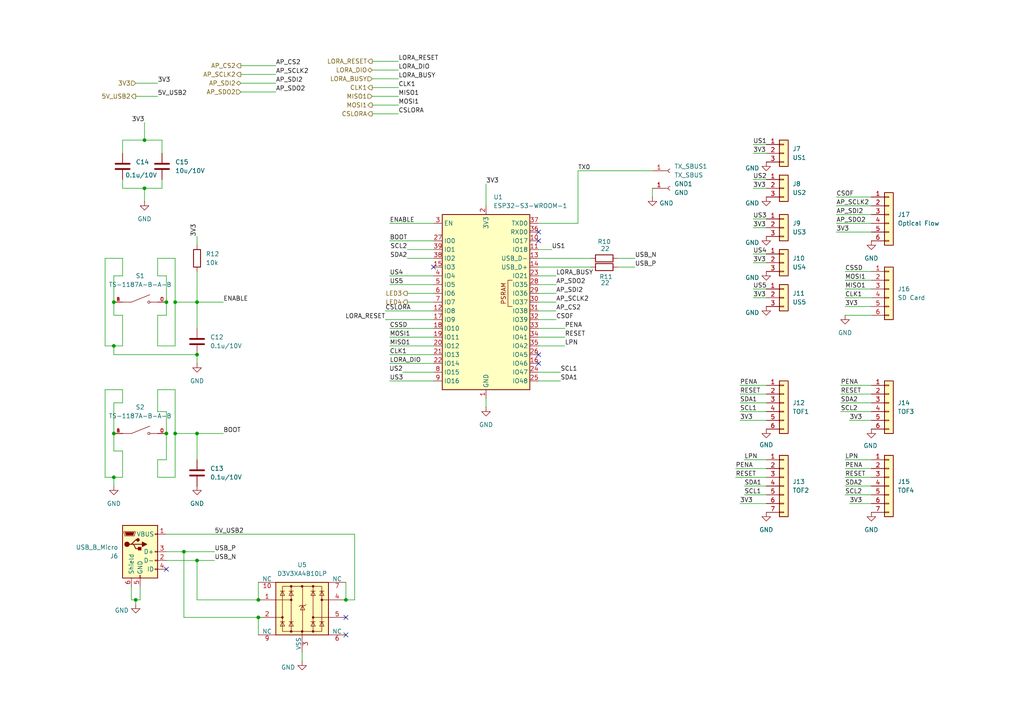
<source format=kicad_sch>
(kicad_sch (version 20250114) (generator "eeschema") (generator_version "9.0")
  (paper "A4")
  (title_block (title "ESP32 Board") (date "2025-10-18") (rev "2") (company "Team 0-06"))
  (lib_symbols
    (symbol "Connector:Conn_01x01_Socket" (pin_names (offset 1.016) (hide yes))
      (property "Reference" "J" (at 0 2.54 0))
      (property "Value" "Conn_01x01_Socket" (at 0 -2.54 0))
      (symbol "Conn_01x01_Socket_1_1"
        (polyline (pts (xy -1.27 0) (xy -0.508 0)) (stroke (width 0.1524)))
        (arc (start 0 -0.508) (mid -0.5058 0) (end 0 0.508) (stroke (width 0.1524)))
        (pin passive line (at -5.08 0 0) (length 3.81) (name "Pin_1") (number "1"))
      )
    )
    (symbol "Connector:USB_B_Micro" (pin_names (offset 1.016))
      (property "Reference" "J" (at -5.08 11.43 0))
      (property "Value" "USB_B_Micro" (at -5.08 8.89 0))
      (symbol "USB_B_Micro_0_1"
        (rectangle (start -5.08 -7.62) (end 5.08 7.62) (stroke (width 0.254)) (fill (type background)))
        (polyline (pts (xy -4.699 5.842) (xy -4.699 5.588) (xy -4.445 4.826) (xy -4.445 4.572) (xy -1.651 4.572) (xy -1.651 4.826) (xy -1.397 5.588) (xy -1.397 5.842) (xy -4.699 5.842)))
        (polyline (pts (xy -4.318 5.588) (xy -1.778 5.588) (xy -2.032 4.826) (xy -4.064 4.826) (xy -4.318 5.588)) (fill (type outline)))
        (circle (center -3.81 2.159) (radius 0.635) (stroke (width 0.254)) (fill (type outline)))
        (polyline (pts (xy -3.175 2.159) (xy -2.54 2.159) (xy -1.27 3.429) (xy -0.635 3.429)) (stroke (width 0.254)))
        (polyline (pts (xy -2.54 2.159) (xy -1.905 2.159) (xy -1.27 0.889) (xy 0 0.889)) (stroke (width 0.254)))
        (polyline (pts (xy -1.905 2.159) (xy 0.635 2.159)) (stroke (width 0.254)))
        (circle (center -0.635 3.429) (radius 0.381) (stroke (width 0.254)) (fill (type outline)))
        (rectangle (start -0.127 -7.62) (end 0.127 -6.858))
        (rectangle (start 0.254 1.27) (end -0.508 0.508) (stroke (width 0.254)) (fill (type outline)))
        (polyline (pts (xy 0.635 2.794) (xy 0.635 1.524) (xy 1.905 2.159) (xy 0.635 2.794)) (stroke (width 0.254)) (fill (type outline)))
        (rectangle (start 5.08 4.953) (end 4.318 5.207))
        (rectangle (start 5.08 -0.127) (end 4.318 0.127))
        (rectangle (start 5.08 -2.667) (end 4.318 -2.413))
        (rectangle (start 5.08 -5.207) (end 4.318 -4.953))
      )
      (symbol "USB_B_Micro_1_1"
        (pin passive line (at -2.54 -10.16 90) (length 2.54) (name "Shield") (number "6"))
        (pin power_out line (at 0 -10.16 90) (length 2.54) (name "GND") (number "5"))
        (pin power_out line (at 7.62 5.08 180) (length 2.54) (name "VBUS") (number "1"))
        (pin bidirectional line (at 7.62 0 180) (length 2.54) (name "D+") (number "3"))
        (pin bidirectional line (at 7.62 -2.54 180) (length 2.54) (name "D-") (number "2"))
        (pin passive line (at 7.62 -5.08 180) (length 2.54) (name "ID") (number "4"))
      )
    )
    (symbol "Connector_Generic:Conn_01x03" (pin_names (offset 1.016) (hide yes))
      (property "Reference" "J" (at 0 5.08 0))
      (property "Value" "Conn_01x03" (at 0 -5.08 0))
      (symbol "Conn_01x03_1_1"
        (rectangle (start -1.27 3.81) (end 1.27 -3.81) (stroke (width 0.254)) (fill (type background)))
        (rectangle (start -1.27 2.667) (end 0 2.413) (stroke (width 0.1524)))
        (rectangle (start -1.27 0.127) (end 0 -0.127) (stroke (width 0.1524)))
        (rectangle (start -1.27 -2.413) (end 0 -2.667) (stroke (width 0.1524)))
        (pin passive line (at -5.08 2.54 0) (length 3.81) (name "Pin_1") (number "1"))
        (pin passive line (at -5.08 0 0) (length 3.81) (name "Pin_2") (number "2"))
        (pin passive line (at -5.08 -2.54 0) (length 3.81) (name "Pin_3") (number "3"))
      )
    )
    (symbol "Connector_Generic:Conn_01x06" (pin_names (offset 1.016) (hide yes))
      (property "Reference" "J" (at 0 7.62 0))
      (property "Value" "Conn_01x06" (at 0 -10.16 0))
      (symbol "Conn_01x06_1_1"
        (rectangle (start -1.27 6.35) (end 1.27 -8.89) (stroke (width 0.254)) (fill (type background)))
        (rectangle (start -1.27 5.207) (end 0 4.953) (stroke (width 0.1524)))
        (rectangle (start -1.27 2.667) (end 0 2.413) (stroke (width 0.1524)))
        (rectangle (start -1.27 0.127) (end 0 -0.127) (stroke (width 0.1524)))
        (rectangle (start -1.27 -2.413) (end 0 -2.667) (stroke (width 0.1524)))
        (rectangle (start -1.27 -4.953) (end 0 -5.207) (stroke (width 0.1524)))
        (rectangle (start -1.27 -7.493) (end 0 -7.747) (stroke (width 0.1524)))
        (pin passive line (at -5.08 5.08 0) (length 3.81) (name "Pin_1") (number "1"))
        (pin passive line (at -5.08 2.54 0) (length 3.81) (name "Pin_2") (number "2"))
        (pin passive line (at -5.08 0 0) (length 3.81) (name "Pin_3") (number "3"))
        (pin passive line (at -5.08 -2.54 0) (length 3.81) (name "Pin_4") (number "4"))
        (pin passive line (at -5.08 -5.08 0) (length 3.81) (name "Pin_5") (number "5"))
        (pin passive line (at -5.08 -7.62 0) (length 3.81) (name "Pin_6") (number "6"))
      )
    )
    (symbol "Connector_Generic:Conn_01x07" (pin_names (offset 1.016) (hide yes))
      (property "Reference" "J" (at 0 10.16 0))
      (property "Value" "Conn_01x07" (at 0 -10.16 0))
      (symbol "Conn_01x07_1_1"
        (rectangle (start -1.27 8.89) (end 1.27 -8.89) (stroke (width 0.254)) (fill (type background)))
        (rectangle (start -1.27 7.747) (end 0 7.493) (stroke (width 0.1524)))
        (rectangle (start -1.27 5.207) (end 0 4.953) (stroke (width 0.1524)))
        (rectangle (start -1.27 2.667) (end 0 2.413) (stroke (width 0.1524)))
        (rectangle (start -1.27 0.127) (end 0 -0.127) (stroke (width 0.1524)))
        (rectangle (start -1.27 -2.413) (end 0 -2.667) (stroke (width 0.1524)))
        (rectangle (start -1.27 -4.953) (end 0 -5.207) (stroke (width 0.1524)))
        (rectangle (start -1.27 -7.493) (end 0 -7.747) (stroke (width 0.1524)))
        (pin passive line (at -5.08 7.62 0) (length 3.81) (name "Pin_1") (number "1"))
        (pin passive line (at -5.08 5.08 0) (length 3.81) (name "Pin_2") (number "2"))
        (pin passive line (at -5.08 2.54 0) (length 3.81) (name "Pin_3") (number "3"))
        (pin passive line (at -5.08 0 0) (length 3.81) (name "Pin_4") (number "4"))
        (pin passive line (at -5.08 -2.54 0) (length 3.81) (name "Pin_5") (number "5"))
        (pin passive line (at -5.08 -5.08 0) (length 3.81) (name "Pin_6") (number "6"))
        (pin passive line (at -5.08 -7.62 0) (length 3.81) (name "Pin_7") (number "7"))
      )
    )
    (symbol "Customs:TS-1187A-B-A-B" (pin_names (offset 1.016))
      (property "Reference" "S" (at -2.54 2.54 0))
      (property "Value" "TS-1187A-B-A-B" (at -2.54 -2.54 0))
      (symbol "TS-1187A-B-A-B_0_0"
        (polyline (pts (xy -2.54 0) (xy -5.08 0)) (stroke (width 0.1524)))
        (polyline (pts (xy -2.54 0) (xy 2.794 2.1336)) (stroke (width 0.1524)))
        (circle (center 2.54 0) (radius 0.3302) (stroke (width 0.1524)))
        (polyline (pts (xy 5.08 0) (xy 2.921 0)) (stroke (width 0.1524)))
        (pin passive line (at -7.62 0 0) (length 2.54) (name "~") (number "A"))
        (pin passive line (at -7.62 0 0) (length 2.54) (name "~") (number "B"))
        (pin passive line (at 7.62 0 180) (length 2.54) (name "~") (number "C"))
        (pin passive line (at 7.62 0 180) (length 2.54) (name "~") (number "D"))
      )
    )
    (symbol "Device:C" (pin_numbers (hide yes)) (pin_names (offset 0.254))
      (property "Reference" "C" (at 0.635 2.54 0))
      (property "Value" "C" (at 0.635 -2.54 0))
      (symbol "C_0_1"
        (polyline (pts (xy -2.032 0.762) (xy 2.032 0.762)) (stroke (width 0.508)))
        (polyline (pts (xy -2.032 -0.762) (xy 2.032 -0.762)) (stroke (width 0.508)))
      )
      (symbol "C_1_1"
        (pin passive line (at 0 3.81 270) (length 2.794) (name "~") (number "1"))
        (pin passive line (at 0 -3.81 90) (length 2.794) (name "~") (number "2"))
      )
    )
    (symbol "Device:R" (pin_numbers (hide yes)) (pin_names (offset 0))
      (property "Reference" "R" (at 2.032 0 90))
      (property "Value" "R" (at 0 0 90))
      (symbol "R_0_1"
        (rectangle (start -1.016 -2.54) (end 1.016 2.54) (stroke (width 0.254)))
      )
      (symbol "R_1_1"
        (pin passive line (at 0 3.81 270) (length 1.27) (name "~") (number "1"))
        (pin passive line (at 0 -3.81 90) (length 1.27) (name "~") (number "2"))
      )
    )
    (symbol "Power_Protection:D3V3XA4B10LP" (pin_names (offset 0))
      (property "Reference" "U" (at -0.635 8.89 0))
      (property "Value" "D3V3XA4B10LP" (at 8.89 -10.16 0))
      (symbol "D3V3XA4B10LP_0_0"
        (rectangle (start -5.715 6.477) (end 5.715 -6.604))
        (polyline (pts (xy -3.175 -6.604) (xy -3.175 6.477)))
        (polyline (pts (xy 0.127 6.477) (xy 0.127 -6.604)))
        (polyline (pts (xy 3.175 6.477) (xy 3.175 -6.604)))
      )
      (symbol "D3V3XA4B10LP_0_1"
        (polyline (pts (xy -7.747 2.54) (xy -3.175 2.54)))
        (rectangle (start -7.62 7.62) (end 7.62 -7.62) (stroke (width 0.254)) (fill (type background)))
        (polyline (pts (xy -7.62 -2.54) (xy -5.715 -2.54)))
        (circle (center -5.715 -2.54) (radius 0.2794) (fill (type outline)))
        (polyline (pts (xy -5.08 5.08) (xy -6.35 5.08)))
        (polyline (pts (xy -5.08 3.81) (xy -6.35 3.81) (xy -5.715 5.08) (xy -5.08 3.81)))
        (polyline (pts (xy -5.08 -3.81) (xy -6.35 -3.81)))
        (polyline (pts (xy -5.08 -5.08) (xy -6.35 -5.08) (xy -5.715 -3.81) (xy -5.08 -5.08)))
        (circle (center -3.175 6.477) (radius 0.2794) (fill (type outline)))
        (circle (center -3.175 2.54) (radius 0.2794) (fill (type outline)))
        (circle (center -3.175 -6.604) (radius 0.2794) (fill (type outline)))
        (polyline (pts (xy -2.54 5.08) (xy -3.81 5.08)))
        (polyline (pts (xy -2.54 3.81) (xy -3.81 3.81) (xy -3.175 5.08) (xy -2.54 3.81)))
        (polyline (pts (xy -2.54 -3.81) (xy -3.81 -3.81)))
        (polyline (pts (xy -2.54 -5.08) (xy -3.81 -5.08) (xy -3.175 -3.81) (xy -2.54 -5.08)))
        (polyline (pts (xy -0.508 0.889) (xy -0.889 0.635)))
        (circle (center 0 6.477) (radius 0.2794) (fill (type outline)))
        (polyline (pts (xy 0 -6.604) (xy 0 -7.62)))
        (circle (center 0 -6.604) (radius 0.2794) (fill (type outline)))
        (polyline (pts (xy 0.762 0.889) (xy -0.508 0.889)))
        (polyline (pts (xy 0.762 0.889) (xy 1.143 1.143)))
        (polyline (pts (xy 0.762 -0.381) (xy -0.508 -0.381) (xy 0.127 0.889) (xy 0.762 -0.381)))
        (circle (center 3.175 6.477) (radius 0.2794) (fill (type outline)))
        (circle (center 3.175 -2.54) (radius 0.2794) (fill (type outline)))
        (circle (center 3.175 -6.604) (radius 0.2794) (fill (type outline)))
        (polyline (pts (xy 3.81 5.08) (xy 2.54 5.08)))
        (polyline (pts (xy 3.81 3.81) (xy 2.54 3.81) (xy 3.175 5.08) (xy 3.81 3.81)))
        (polyline (pts (xy 3.81 -3.81) (xy 2.54 -3.81)))
        (polyline (pts (xy 3.81 -5.08) (xy 2.54 -5.08) (xy 3.175 -3.81) (xy 3.81 -5.08)))
        (circle (center 5.715 2.54) (radius 0.2794) (fill (type outline)))
        (polyline (pts (xy 6.35 5.08) (xy 5.08 5.08)))
        (polyline (pts (xy 6.35 3.81) (xy 5.08 3.81) (xy 5.715 5.08) (xy 6.35 3.81)))
        (polyline (pts (xy 6.35 -3.81) (xy 5.08 -3.81)))
        (polyline (pts (xy 6.35 -5.08) (xy 5.08 -5.08) (xy 5.715 -3.81) (xy 6.35 -5.08)))
        (polyline (pts (xy 7.62 2.54) (xy 5.715 2.54)))
        (polyline (pts (xy 7.62 -2.54) (xy 3.175 -2.54)))
      )
      (symbol "D3V3XA4B10LP_1_1"
        (pin free line (at -12.7 7.62 0) (length 5.08) (name "NC") (number "10"))
        (pin passive line (at -12.7 2.54 0) (length 5.08) (name "~") (number "1"))
        (pin passive line (at -12.7 -2.54 0) (length 5.08) (name "~") (number "2"))
        (pin free line (at -12.7 -7.62 0) (length 5.08) (name "NC") (number "9"))
        (pin power_in line (at 0 -12.7 90) (length 5.08) (name "VSS") (number "3"))
        (pin passive line (at 0 -12.7 90) (length 5.08) (hide yes) (name "VSS") (number "8"))
        (pin free line (at 12.7 7.62 180) (length 5.08) (name "NC") (number "7"))
        (pin passive line (at 12.7 2.54 180) (length 5.08) (name "~") (number "4"))
        (pin passive line (at 12.7 -2.54 180) (length 5.08) (name "~") (number "5"))
        (pin free line (at 12.7 -7.62 180) (length 5.08) (name "NC") (number "6"))
      )
    )
    (symbol "RF_Module:ESP32-S3-WROOM-1"
      (property "Reference" "U" (at -12.7 26.67 0))
      (property "Value" "ESP32-S3-WROOM-1" (at 12.7 26.67 0))
      (symbol "ESP32-S3-WROOM-1_0_0"
        (rectangle (start -12.7 25.4) (end 12.7 -25.4) (stroke (width 0.254)) (fill (type background)))
        (text "PSRAM" (at 5.08 2.54 900) (effects (font (size 1.27 1.27))))
      )
      (symbol "ESP32-S3-WROOM-1_0_1"
        (polyline (pts (xy 7.62 -1.27) (xy 6.35 -1.27) (xy 6.35 6.35) (xy 7.62 6.35)))
      )
      (symbol "ESP32-S3-WROOM-1_1_1"
        (pin input line (at -15.24 22.86 0) (length 2.54) (name "EN") (number "3"))
        (pin bidirectional line (at -15.24 17.78 0) (length 2.54) (name "IO0") (number "27"))
        (pin bidirectional line (at -15.24 15.24 0) (length 2.54) (name "IO1") (number "39"))
        (pin bidirectional line (at -15.24 12.7 0) (length 2.54) (name "IO2") (number "38"))
        (pin bidirectional line (at -15.24 10.16 0) (length 2.54) (name "IO3") (number "15"))
        (pin bidirectional line (at -15.24 7.62 0) (length 2.54) (name "IO4") (number "4"))
        (pin bidirectional line (at -15.24 5.08 0) (length 2.54) (name "IO5") (number "5"))
        (pin bidirectional line (at -15.24 2.54 0) (length 2.54) (name "IO6") (number "6"))
        (pin bidirectional line (at -15.24 0 0) (length 2.54) (name "IO7") (number "7"))
        (pin bidirectional line (at -15.24 -2.54 0) (length 2.54) (name "IO8") (number "12"))
        (pin bidirectional line (at -15.24 -5.08 0) (length 2.54) (name "IO9") (number "17"))
        (pin bidirectional line (at -15.24 -7.62 0) (length 2.54) (name "IO10") (number "18"))
        (pin bidirectional line (at -15.24 -10.16 0) (length 2.54) (name "IO11") (number "19"))
        (pin bidirectional line (at -15.24 -12.7 0) (length 2.54) (name "IO12") (number "20"))
        (pin bidirectional line (at -15.24 -15.24 0) (length 2.54) (name "IO13") (number "21"))
        (pin bidirectional line (at -15.24 -17.78 0) (length 2.54) (name "IO14") (number "22"))
        (pin bidirectional line (at -15.24 -20.32 0) (length 2.54) (name "IO15") (number "8"))
        (pin bidirectional line (at -15.24 -22.86 0) (length 2.54) (name "IO16") (number "9"))
        (pin power_in line (at 0 27.94 270) (length 2.54) (name "3V3") (number "2"))
        (pin power_in line (at 0 -27.94 90) (length 2.54) (name "GND") (number "1"))
        (pin passive line (at 0 -27.94 90) (length 2.54) (hide yes) (name "GND") (number "40"))
        (pin passive line (at 0 -27.94 90) (length 2.54) (hide yes) (name "GND") (number "41"))
        (pin bidirectional line (at 15.24 22.86 180) (length 2.54) (name "TXD0") (number "37"))
        (pin bidirectional line (at 15.24 20.32 180) (length 2.54) (name "RXD0") (number "36"))
        (pin bidirectional line (at 15.24 17.78 180) (length 2.54) (name "IO17") (number "10"))
        (pin bidirectional line (at 15.24 15.24 180) (length 2.54) (name "IO18") (number "11"))
        (pin bidirectional line (at 15.24 12.7 180) (length 2.54) (name "USB_D-") (number "13"))
        (pin bidirectional line (at 15.24 10.16 180) (length 2.54) (name "USB_D+") (number "14"))
        (pin bidirectional line (at 15.24 7.62 180) (length 2.54) (name "IO21") (number "23"))
        (pin bidirectional line (at 15.24 5.08 180) (length 2.54) (name "IO35") (number "28"))
        (pin bidirectional line (at 15.24 2.54 180) (length 2.54) (name "IO36") (number "29"))
        (pin bidirectional line (at 15.24 0 180) (length 2.54) (name "IO37") (number "30"))
        (pin bidirectional line (at 15.24 -2.54 180) (length 2.54) (name "IO38") (number "31"))
        (pin bidirectional line (at 15.24 -5.08 180) (length 2.54) (name "IO39") (number "32"))
        (pin bidirectional line (at 15.24 -7.62 180) (length 2.54) (name "IO40") (number "33"))
        (pin bidirectional line (at 15.24 -10.16 180) (length 2.54) (name "IO41") (number "34"))
        (pin bidirectional line (at 15.24 -12.7 180) (length 2.54) (name "IO42") (number "35"))
        (pin bidirectional line (at 15.24 -15.24 180) (length 2.54) (name "IO45") (number "26"))
        (pin bidirectional line (at 15.24 -17.78 180) (length 2.54) (name "IO46") (number "16"))
        (pin bidirectional line (at 15.24 -20.32 180) (length 2.54) (name "IO47") (number "24"))
        (pin bidirectional line (at 15.24 -22.86 180) (length 2.54) (name "IO48") (number "25"))
      )
    )
    (symbol "power:GND" (power) (pin_numbers (hide yes)) (pin_names (offset 0) (hide yes))
      (property "Value" "GND" (at 0 -3.81 0))
      (symbol "GND_0_1"
        (polyline (pts (xy 0 0) (xy 0 -1.27) (xy 1.27 -1.27) (xy 0 -2.54) (xy -1.27 -1.27) (xy 0 -1.27)))
      )
      (symbol "GND_1_1"
        (pin power_in line (at 0 0 270) (length 0) (name "~") (number "1"))
      )
    )
  )
  (junction (at 57.15 125.73))
  (junction (at 50.8 125.73))
  (junction (at 33.02 138.43))
  (junction (at 74.93 179.07))
  (junction (at 53.34 160.02))
  (junction (at 57.15 162.56))
  (junction (at 100.33 173.99))
  (junction (at 57.15 87.63))
  (junction (at 48.26 125.73))
  (junction (at 48.26 87.63))
  (junction (at 39.37 173.99))
  (junction (at 50.8 87.63))
  (junction (at 74.93 173.99))
  (junction (at 33.02 125.73))
  (junction (at 33.02 100.33))
  (junction (at 33.02 87.63))
  (junction (at 57.15 102.87))
  (junction (at 41.91 54.61))
  (junction (at 41.91 40.64))
  (no_connect (at 156.21 69.85))
  (no_connect (at 100.33 184.15))
  (no_connect (at 100.33 179.07))
  (no_connect (at 156.21 102.87))
  (no_connect (at 48.26 165.1))
  (no_connect (at 125.73 77.47))
  (no_connect (at 156.21 67.31))
  (no_connect (at 156.21 105.41))
  (wire (pts (xy 74.93 179.07) (xy 74.93 184.15)))
  (wire (pts (xy 45.72 74.93) (xy 50.8 74.93)))
  (wire (pts (xy 179.07 77.47) (xy 184.15 77.47)))
  (wire (pts (xy 245.11 83.82) (xy 252.73 83.82)))
  (wire (pts (xy 53.34 179.07) (xy 74.93 179.07)))
  (wire (pts (xy 167.64 49.53) (xy 189.23 49.53)))
  (wire (pts (xy 245.11 86.36) (xy 252.73 86.36)))
  (wire (pts (xy 48.26 160.02) (xy 53.34 160.02)))
  (wire (pts (xy 57.15 68.58) (xy 57.15 71.12)))
  (wire (pts (xy 243.84 111.76) (xy 252.73 111.76)))
  (wire (pts (xy 50.8 87.63) (xy 57.15 87.63)))
  (wire (pts (xy 242.57 59.69) (xy 252.73 59.69)))
  (wire (pts (xy 107.95 33.02) (xy 115.57 33.02)))
  (wire (pts (xy 113.03 80.01) (xy 125.73 80.01)))
  (wire (pts (xy 242.57 62.23) (xy 252.73 62.23)))
  (wire (pts (xy 167.64 49.53) (xy 167.64 64.77)))
  (wire (pts (xy 179.07 74.93) (xy 184.15 74.93)))
  (wire (pts (xy 35.56 130.81) (xy 33.02 130.81)))
  (wire (pts (xy 69.85 19.05) (xy 80.01 19.05)))
  (wire (pts (xy 45.72 74.93) (xy 45.72 80.01)))
  (wire (pts (xy 39.37 24.13) (xy 45.72 24.13)))
  (wire (pts (xy 39.37 173.99) (xy 39.37 175.26)))
  (wire (pts (xy 218.44 76.2) (xy 222.25 76.2)))
  (wire (pts (xy 140.97 118.11) (xy 140.97 115.57)))
  (wire (pts (xy 45.72 113.03) (xy 50.8 113.03)))
  (wire (pts (xy 35.56 113.03) (xy 35.56 116.84)))
  (wire (pts (xy 245.11 140.97) (xy 252.73 140.97)))
  (wire (pts (xy 167.64 64.77) (xy 156.21 64.77)))
  (wire (pts (xy 156.21 72.39) (xy 160.02 72.39)))
  (wire (pts (xy 69.85 21.59) (xy 80.01 21.59)))
  (wire (pts (xy 30.48 113.03) (xy 30.48 138.43)))
  (wire (pts (xy 156.21 97.79) (xy 163.83 97.79)))
  (wire (pts (xy 46.99 44.45) (xy 46.99 40.64)))
  (wire (pts (xy 41.91 54.61) (xy 41.91 58.42)))
  (wire (pts (xy 156.21 95.25) (xy 163.83 95.25)))
  (wire (pts (xy 30.48 138.43) (xy 33.02 138.43)))
  (wire (pts (xy 243.84 119.38) (xy 252.73 119.38)))
  (wire (pts (xy 116.84 107.95) (xy 125.73 107.95)))
  (wire (pts (xy 33.02 100.33) (xy 35.56 100.33)))
  (wire (pts (xy 245.11 143.51) (xy 252.73 143.51)))
  (wire (pts (xy 57.15 87.63) (xy 57.15 95.25)))
  (wire (pts (xy 218.44 66.04) (xy 222.25 66.04)))
  (wire (pts (xy 113.03 110.49) (xy 125.73 110.49)))
  (wire (pts (xy 41.91 35.56) (xy 41.91 40.64)))
  (wire (pts (xy 57.15 125.73) (xy 57.15 133.35)))
  (wire (pts (xy 57.15 102.87) (xy 57.15 105.41)))
  (wire (pts (xy 156.21 85.09) (xy 161.29 85.09)))
  (wire (pts (xy 33.02 80.01) (xy 33.02 87.63)))
  (wire (pts (xy 113.03 82.55) (xy 125.73 82.55)))
  (wire (pts (xy 69.85 24.13) (xy 80.01 24.13)))
  (wire (pts (xy 33.02 138.43) (xy 35.56 138.43)))
  (wire (pts (xy 156.21 77.47) (xy 171.45 77.47)))
  (wire (pts (xy 243.84 116.84) (xy 252.73 116.84)))
  (wire (pts (xy 45.72 113.03) (xy 45.72 119.38)))
  (wire (pts (xy 45.72 91.44) (xy 48.26 91.44)))
  (wire (pts (xy 107.95 20.32) (xy 115.57 20.32)))
  (wire (pts (xy 57.15 162.56) (xy 62.23 162.56)))
  (wire (pts (xy 102.87 154.94) (xy 102.87 173.99)))
  (wire (pts (xy 50.8 125.73) (xy 50.8 138.43)))
  (wire (pts (xy 35.56 80.01) (xy 33.02 80.01)))
  (wire (pts (xy 218.44 54.61) (xy 222.25 54.61)))
  (wire (pts (xy 46.99 54.61) (xy 46.99 52.07)))
  (wire (pts (xy 39.37 27.94) (xy 45.72 27.94)))
  (wire (pts (xy 214.63 146.05) (xy 222.25 146.05)))
  (wire (pts (xy 87.63 189.23) (xy 87.63 191.77)))
  (wire (pts (xy 214.63 114.3) (xy 222.25 114.3)))
  (wire (pts (xy 45.72 80.01) (xy 48.26 80.01)))
  (wire (pts (xy 242.57 67.31) (xy 252.73 67.31)))
  (wire (pts (xy 48.26 162.56) (xy 57.15 162.56)))
  (wire (pts (xy 35.56 100.33) (xy 35.56 91.44)))
  (wire (pts (xy 156.21 100.33) (xy 163.83 100.33)))
  (wire (pts (xy 218.44 63.5) (xy 222.25 63.5)))
  (wire (pts (xy 218.44 44.45) (xy 222.25 44.45)))
  (wire (pts (xy 246.38 146.05) (xy 252.73 146.05)))
  (wire (pts (xy 48.26 154.94) (xy 102.87 154.94)))
  (wire (pts (xy 113.03 69.85) (xy 125.73 69.85)))
  (wire (pts (xy 118.11 74.93) (xy 125.73 74.93)))
  (wire (pts (xy 107.95 30.48) (xy 115.57 30.48)))
  (wire (pts (xy 118.11 72.39) (xy 125.73 72.39)))
  (wire (pts (xy 35.56 74.93) (xy 30.48 74.93)))
  (wire (pts (xy 35.56 52.07) (xy 35.56 54.61)))
  (wire (pts (xy 156.21 87.63) (xy 161.29 87.63)))
  (wire (pts (xy 213.36 135.89) (xy 222.25 135.89)))
  (wire (pts (xy 156.21 107.95) (xy 162.56 107.95)))
  (wire (pts (xy 100.33 168.91) (xy 100.33 173.99)))
  (wire (pts (xy 218.44 73.66) (xy 222.25 73.66)))
  (wire (pts (xy 245.11 88.9) (xy 252.73 88.9)))
  (wire (pts (xy 40.64 170.18) (xy 40.64 173.99)))
  (wire (pts (xy 189.23 54.61) (xy 189.23 57.15)))
  (wire (pts (xy 30.48 74.93) (xy 30.48 100.33)))
  (wire (pts (xy 113.03 100.33) (xy 125.73 100.33)))
  (wire (pts (xy 218.44 86.36) (xy 222.25 86.36)))
  (wire (pts (xy 243.84 114.3) (xy 252.73 114.3)))
  (wire (pts (xy 74.93 168.91) (xy 74.93 173.99)))
  (wire (pts (xy 41.91 40.64) (xy 46.99 40.64)))
  (wire (pts (xy 53.34 160.02) (xy 62.23 160.02)))
  (wire (pts (xy 113.03 102.87) (xy 125.73 102.87)))
  (wire (pts (xy 156.21 92.71) (xy 161.29 92.71)))
  (wire (pts (xy 156.21 82.55) (xy 161.29 82.55)))
  (wire (pts (xy 245.11 138.43) (xy 252.73 138.43)))
  (wire (pts (xy 33.02 116.84) (xy 33.02 125.73)))
  (wire (pts (xy 245.11 133.35) (xy 252.73 133.35)))
  (wire (pts (xy 113.03 64.77) (xy 125.73 64.77)))
  (wire (pts (xy 107.95 22.86) (xy 115.57 22.86)))
  (wire (pts (xy 45.72 100.33) (xy 45.72 91.44)))
  (wire (pts (xy 107.95 25.4) (xy 115.57 25.4)))
  (wire (pts (xy 39.37 173.99) (xy 40.64 173.99)))
  (wire (pts (xy 35.56 54.61) (xy 41.91 54.61)))
  (wire (pts (xy 33.02 130.81) (xy 33.02 125.73)))
  (wire (pts (xy 102.87 173.99) (xy 100.33 173.99)))
  (wire (pts (xy 156.21 74.93) (xy 171.45 74.93)))
  (wire (pts (xy 45.72 138.43) (xy 45.72 133.35)))
  (wire (pts (xy 245.11 91.44) (xy 252.73 91.44)))
  (wire (pts (xy 30.48 100.33) (xy 33.02 100.33)))
  (wire (pts (xy 45.72 138.43) (xy 50.8 138.43)))
  (wire (pts (xy 35.56 40.64) (xy 41.91 40.64)))
  (wire (pts (xy 50.8 113.03) (xy 50.8 125.73)))
  (wire (pts (xy 111.76 90.17) (xy 125.73 90.17)))
  (wire (pts (xy 215.9 140.97) (xy 222.25 140.97)))
  (wire (pts (xy 57.15 87.63) (xy 64.77 87.63)))
  (wire (pts (xy 140.97 53.34) (xy 140.97 59.69)))
  (wire (pts (xy 107.95 27.94) (xy 115.57 27.94)))
  (wire (pts (xy 213.36 138.43) (xy 222.25 138.43)))
  (wire (pts (xy 35.56 40.64) (xy 35.56 44.45)))
  (wire (pts (xy 156.21 90.17) (xy 161.29 90.17)))
  (wire (pts (xy 215.9 143.51) (xy 222.25 143.51)))
  (wire (pts (xy 245.11 81.28) (xy 252.73 81.28)))
  (wire (pts (xy 57.15 125.73) (xy 64.77 125.73)))
  (wire (pts (xy 156.21 110.49) (xy 162.56 110.49)))
  (wire (pts (xy 35.56 138.43) (xy 35.56 130.81)))
  (wire (pts (xy 35.56 113.03) (xy 30.48 113.03)))
  (wire (pts (xy 107.95 17.78) (xy 115.57 17.78)))
  (wire (pts (xy 45.72 133.35) (xy 48.26 133.35)))
  (wire (pts (xy 214.63 116.84) (xy 222.25 116.84)))
  (wire (pts (xy 245.11 78.74) (xy 252.73 78.74)))
  (wire (pts (xy 245.11 135.89) (xy 252.73 135.89)))
  (wire (pts (xy 35.56 116.84) (xy 33.02 116.84)))
  (wire (pts (xy 57.15 78.74) (xy 57.15 87.63)))
  (wire (pts (xy 35.56 74.93) (xy 35.56 80.01)))
  (wire (pts (xy 45.72 119.38) (xy 48.26 119.38)))
  (wire (pts (xy 214.63 121.92) (xy 222.25 121.92)))
  (wire (pts (xy 118.11 85.09) (xy 125.73 85.09)))
  (wire (pts (xy 48.26 80.01) (xy 48.26 87.63)))
  (wire (pts (xy 53.34 160.02) (xy 53.34 179.07)))
  (wire (pts (xy 113.03 95.25) (xy 125.73 95.25)))
  (wire (pts (xy 50.8 125.73) (xy 57.15 125.73)))
  (wire (pts (xy 156.21 80.01) (xy 161.29 80.01)))
  (wire (pts (xy 41.91 54.61) (xy 46.99 54.61)))
  (wire (pts (xy 218.44 52.07) (xy 222.25 52.07)))
  (wire (pts (xy 74.93 173.99) (xy 57.15 173.99)))
  (wire (pts (xy 214.63 111.76) (xy 222.25 111.76)))
  (wire (pts (xy 33.02 138.43) (xy 33.02 140.97)))
  (wire (pts (xy 215.9 133.35) (xy 222.25 133.35)))
  (wire (pts (xy 38.1 170.18) (xy 38.1 173.99)))
  (wire (pts (xy 242.57 57.15) (xy 252.73 57.15)))
  (wire (pts (xy 48.26 133.35) (xy 48.26 125.73)))
  (wire (pts (xy 48.26 119.38) (xy 48.26 125.73)))
  (wire (pts (xy 33.02 91.44) (xy 33.02 87.63)))
  (wire (pts (xy 113.03 97.79) (xy 125.73 97.79)))
  (wire (pts (xy 214.63 119.38) (xy 222.25 119.38)))
  (wire (pts (xy 33.02 102.87) (xy 57.15 102.87)))
  (wire (pts (xy 246.38 121.92) (xy 252.73 121.92)))
  (wire (pts (xy 69.85 26.67) (xy 80.01 26.67)))
  (wire (pts (xy 45.72 100.33) (xy 50.8 100.33)))
  (wire (pts (xy 50.8 74.93) (xy 50.8 87.63)))
  (wire (pts (xy 33.02 100.33) (xy 33.02 102.87)))
  (wire (pts (xy 118.11 87.63) (xy 125.73 87.63)))
  (wire (pts (xy 218.44 83.82) (xy 222.25 83.82)))
  (wire (pts (xy 35.56 91.44) (xy 33.02 91.44)))
  (wire (pts (xy 111.76 92.71) (xy 125.73 92.71)))
  (wire (pts (xy 48.26 91.44) (xy 48.26 87.63)))
  (wire (pts (xy 242.57 64.77) (xy 252.73 64.77)))
  (wire (pts (xy 218.44 41.91) (xy 222.25 41.91)))
  (wire (pts (xy 57.15 173.99) (xy 57.15 162.56)))
  (wire (pts (xy 113.03 105.41) (xy 125.73 105.41)))
  (wire (pts (xy 38.1 173.99) (xy 39.37 173.99)))
  (wire (pts (xy 50.8 87.63) (xy 50.8 100.33)))
  (label "AP_CS2" (at 80.01 19.05 0))
  (label "AP_SCLK2" (at 80.01 21.59 0))
  (label "AP_SDI2" (at 80.01 24.13 0))
  (label "AP_SDO2" (at 80.01 26.67 0))
  (label "3V3" (at 246.38 121.92 0))
  (label "3V3" (at 214.63 121.92 0))
  (label "SCL1" (at 215.9 143.51 0))
  (label "RESET" (at 163.83 97.79 0))
  (label "US1" (at 218.44 41.91 0))
  (label "3V3" (at 218.44 86.36 0))
  (label "3V3" (at 45.72 24.13 0))
  (label "BOOT" (at 113.03 69.85 0))
  (label "CSLORA" (at 115.57 33.02 0))
  (label "LORA_DIO" (at 115.57 20.32 0))
  (label "US5" (at 218.44 83.82 0))
  (label "CSSD" (at 113.03 95.25 0))
  (label "CSOF" (at 161.29 92.71 0))
  (label "RESET" (at 214.63 114.3 0))
  (label "MISO1" (at 113.03 100.33 0))
  (label "3V3" (at 218.44 54.61 0))
  (label "3V3" (at 218.44 44.45 0))
  (label "AP_SCLK2" (at 242.57 59.69 0))
  (label "US3" (at 113.03 110.49 0))
  (label "ENABLE" (at 64.77 87.63 0))
  (label "US5" (at 113.03 82.55 0))
  (label "3V3" (at 245.11 88.9 0))
  (label "US1" (at 160.02 72.39 0))
  (label "RESET" (at 243.84 114.3 0))
  (label "USB_N" (at 62.23 162.56 0))
  (label "SCL2" (at 118.11 72.39 180))
  (label "CSLORA" (at 111.76 90.17 0))
  (label "CSSD" (at 245.11 78.74 0))
  (label "PENA" (at 163.83 95.25 0))
  (label "3V3" (at 57.15 68.58 90))
  (label "USB_P" (at 62.23 160.02 0))
  (label "SDA2" (at 118.11 74.93 180))
  (label "BOOT" (at 64.77 125.73 0))
  (label "3V3" (at 41.91 35.56 180))
  (label "RESET" (at 245.11 138.43 0))
  (label "CLK1" (at 245.11 86.36 0))
  (label "SDA1" (at 215.9 140.97 0))
  (label "MISO1" (at 115.57 27.94 0))
  (label "PENA" (at 213.36 135.89 0))
  (label "SCL1" (at 214.63 119.38 0))
  (label "US3" (at 218.44 63.5 0))
  (label "MOSI1" (at 115.57 30.48 0))
  (label "CLK1" (at 113.03 102.87 0))
  (label "SCL1" (at 162.56 107.95 0))
  (label "USB_N" (at 184.15 74.93 0))
  (label "MISO1" (at 245.11 83.82 0))
  (label "MOSI1" (at 113.03 97.79 0))
  (label "US4" (at 218.44 73.66 0))
  (label "3V3" (at 140.97 53.34 0))
  (label "LORA_RESET" (at 115.57 17.78 0))
  (label "TX0" (at 167.64 49.53 0))
  (label "SCL2" (at 243.84 119.38 0))
  (label "LORA_DIO" (at 113.03 105.41 0))
  (label "LORA_BUSY" (at 161.29 80.01 0))
  (label "SCL2" (at 245.11 143.51 0))
  (label "AP_SDI2" (at 242.57 62.23 0))
  (label "LPN" (at 163.83 100.33 0))
  (label "PENA" (at 245.11 135.89 0))
  (label "3V3" (at 242.57 67.31 0))
  (label "PENA" (at 214.63 111.76 0))
  (label "RESET" (at 213.36 138.43 0))
  (label "SDA1" (at 162.56 110.49 0))
  (label "AP_SDO2" (at 242.57 64.77 0))
  (label "US4" (at 113.03 80.01 0))
  (label "MOSI1" (at 245.11 81.28 0))
  (label "3V3" (at 246.38 146.05 0))
  (label "SDA1" (at 214.63 116.84 0))
  (label "SDA2" (at 245.11 140.97 0))
  (label "LORA_BUSY" (at 115.57 22.86 0))
  (label "AP_SDO2" (at 161.29 82.55 0))
  (label "US2" (at 116.84 107.95 180))
  (label "3V3" (at 214.63 146.05 0))
  (label "AP_SCLK2" (at 161.29 87.63 0))
  (label "5V_USB2" (at 62.23 154.94 0))
  (label "LPN" (at 245.11 133.35 0))
  (label "LPN" (at 215.9 133.35 0))
  (label "US2" (at 218.44 52.07 0))
  (label "AP_CS2" (at 161.29 90.17 0))
  (label "ENABLE" (at 113.03 64.77 0))
  (label "3V3" (at 218.44 66.04 0))
  (label "SDA2" (at 243.84 116.84 0))
  (label "CSOF" (at 242.57 57.15 0))
  (label "LORA_RESET" (at 111.76 92.71 180))
  (label "5V_USB2" (at 45.72 27.94 0))
  (label "3V3" (at 218.44 76.2 0))
  (label "AP_SDI2" (at 161.29 85.09 0))
  (label "CLK1" (at 115.57 25.4 0))
  (label "PENA" (at 243.84 111.76 0))
  (label "USB_P" (at 184.15 77.47 0))
  (hierarchical_label "LED3" (shape output) (at 118.11 85.09 180))
  (hierarchical_label "CLK1" (shape output) (at 107.95 25.4 180))
  (hierarchical_label "MOSI1" (shape output) (at 107.95 30.48 180))
  (hierarchical_label "AP_SDO2" (shape input) (at 69.85 26.67 180))
  (hierarchical_label "CSLORA" (shape output) (at 107.95 33.02 180))
  (hierarchical_label "AP_SDI2" (shape bidirectional) (at 69.85 24.13 180))
  (hierarchical_label "LORA_DIO" (shape bidirectional) (at 107.95 20.32 180))
  (hierarchical_label "3V3" (shape input) (at 39.37 24.13 180))
  (hierarchical_label "5V_USB2" (shape output) (at 39.37 27.94 180))
  (hierarchical_label "LORA_RESET" (shape output) (at 107.95 17.78 180))
  (hierarchical_label "AP_SCLK2" (shape output) (at 69.85 21.59 180))
  (hierarchical_label "AP_CS2" (shape output) (at 69.85 19.05 180))
  (hierarchical_label "MISO1" (shape input) (at 107.95 27.94 180))
  (hierarchical_label "LORA_BUSY" (shape input) (at 107.95 22.86 180))
  (hierarchical_label "LED4" (shape output) (at 118.11 87.63 180))
  (symbol (lib_id "power:GND") (at 222.25 57.15 0) (unit 1)
    (property "Reference" "#PWR024" (effects (hide yes)))
    (property "Value" "GND" (at 218.186 58.928 0))
    (property "Description" "Power symbol creates a global label with name \"GND\" , ground" (effects (hide yes)))
  )
  (symbol (lib_id "Connector_Generic:Conn_01x06") (at 227.33 116.84 0) (unit 1)
    (property "Reference" "J12" (at 229.87 116.8399 0) (effects (justify left)))
    (property "Value" "TOF1" (at 229.87 119.3799 0) (effects (justify left)))
    (property "Footprint" "Connector_PinHeader_1.27mm:PinHeader_1x06_P1.27mm_Vertical" (effects (hide yes)))
    (property "Description" "Generic connector, single row, 01x06, script generated (kicad-library-utils/schlib/autogen/connector/)" (effects (hide yes)))
  )
  (symbol (lib_id "Connector_Generic:Conn_01x06") (at 257.81 83.82 0) (unit 1)
    (property "Reference" "J16" (at 260.35 83.8199 0) (effects (justify left)))
    (property "Value" "SD Card" (at 260.35 86.3599 0) (effects (justify left)))
    (property "Footprint" "Connector_PinHeader_1.27mm:PinHeader_1x06_P1.27mm_Vertical" (effects (hide yes)))
    (property "Description" "Generic connector, single row, 01x06, script generated (kicad-library-utils/schlib/autogen/connector/)" (effects (hide yes)))
  )
  (symbol (lib_id "power:GND") (at 252.73 124.46 0) (unit 1)
    (property "Reference" "#PWR029" (effects (hide yes)))
    (property "Value" "GND" (at 252.476 129.286 0))
    (property "Description" "Power symbol creates a global label with name \"GND\" , ground" (effects (hide yes)))
  )
  (symbol (lib_id "power:GND") (at 39.37 175.26 0) (unit 1)
    (property "Reference" "#PWR015" (effects (hide yes)))
    (property "Value" "GND" (at 35.306 177.038 0))
    (property "Description" "Power symbol creates a global label with name \"GND\" , ground" (effects (hide yes)))
  )
  (symbol (lib_id "power:GND") (at 252.73 69.85 0) (unit 1)
    (property "Reference" "#PWR032" (effects (hide yes)))
    (property "Value" "GND" (at 252.73 74.93 0))
    (property "Description" "Power symbol creates a global label with name \"GND\" , ground" (effects (hide yes)))
  )
  (symbol (lib_id "power:GND") (at 222.25 148.59 0) (unit 1)
    (property "Reference" "#PWR030" (effects (hide yes)))
    (property "Value" "GND" (at 222.25 153.67 0))
    (property "Description" "Power symbol creates a global label with name \"GND\" , ground" (effects (hide yes)))
  )
  (symbol (lib_id "Connector_Generic:Conn_01x03") (at 227.33 54.61 0) (unit 1)
    (property "Reference" "J8" (at 229.87 53.3399 0) (effects (justify left)))
    (property "Value" "US2" (at 229.87 55.8799 0) (effects (justify left)))
    (property "Footprint" "Connector_PinHeader_1.27mm:PinHeader_1x03_P1.27mm_Vertical" (effects (hide yes)))
    (property "Description" "Generic connector, single row, 01x03, script generated (kicad-library-utils/schlib/autogen/connector/)" (effects (hide yes)))
  )
  (symbol (lib_id "power:GND") (at 252.73 148.59 0) (unit 1)
    (property "Reference" "#PWR031" (effects (hide yes)))
    (property "Value" "GND" (at 252.73 153.67 0))
    (property "Description" "Power symbol creates a global label with name \"GND\" , ground" (effects (hide yes)))
  )
  (symbol (lib_id "Device:R") (at 175.26 74.93 90) (unit 1)
    (property "Reference" "R10" (at 175.26 70.104 90))
    (property "Value" "22" (at 175.514 72.136 90))
    (property "Footprint" "Resistor_SMD:R_0603_1608Metric" (effects (hide yes)))
    (property "Description" "Resistor" (effects (hide yes)))
  )
  (symbol (lib_id "Device:R") (at 57.15 74.93 0) (unit 1)
    (property "Reference" "R12" (at 59.69 73.6599 0) (effects (justify left)))
    (property "Value" "10k" (at 59.69 76.1999 0) (effects (justify left)))
    (property "Footprint" "Resistor_SMD:R_0603_1608Metric" (effects (hide yes)))
    (property "Description" "Resistor" (effects (hide yes)))
  )
  (symbol (lib_id "Customs:TS-1187A-B-A-B") (at 40.64 125.73 0) (unit 1)
    (property "Reference" "S2" (at 40.64 118.11 0))
    (property "Value" "TS-1187A-B-A-B" (at 40.64 120.65 0))
    (property "Footprint" "Customs:SW_TS-1187A-B-A-B" (effects (hide yes)))
    (property "MF" "XKB Industrial Precision" (effects (hide yes)))
    (property "MAXIMUM_PACKAGE_HEIGHT" "1.5mm" (effects (hide yes)))
    (property "Package" "Package" (effects (hide yes)))
    (property "Price" "None" (effects (hide yes)))
    (property "Check_prices" "https://www.snapeda.com/parts/TS-1187A-B-A-B/XKB+Connection/view-part/?ref=eda" (effects (hide yes)))
    (property "STANDARD" "Manufacturer Recommendations" (effects (hide yes)))
    (property "PARTREV" "A0" (effects (hide yes)))
    (property "SnapEDA_Link" "https://www.snapeda.com/parts/TS-1187A-B-A-B/XKB+Connection/view-part/?ref=snap" (effects (hide yes)))
    (property "MP" "TS-1187A-B-A-B" (effects (hide yes)))
    (property "Description_1" "TS-1187A-B-A-B XKB Connectivity" (effects (hide yes)))
    (property "Availability" "Not in stock" (effects (hide yes)))
    (property "MANUFACTURER" "XKB Industrial Precision" (effects (hide yes)))
  )
  (symbol (lib_id "Connector_Generic:Conn_01x03") (at 227.33 44.45 0) (unit 1)
    (property "Reference" "J7" (at 229.87 43.1799 0) (effects (justify left)))
    (property "Value" "US1" (at 229.87 45.7199 0) (effects (justify left)))
    (property "Footprint" "Connector_PinHeader_1.27mm:PinHeader_1x03_P1.27mm_Vertical" (effects (hide yes)))
    (property "Description" "Generic connector, single row, 01x03, script generated (kicad-library-utils/schlib/autogen/connector/)" (effects (hide yes)))
  )
  (symbol (lib_id "power:GND") (at 222.25 78.74 0) (unit 1)
    (property "Reference" "#PWR026" (effects (hide yes)))
    (property "Value" "GND" (at 218.186 80.518 0))
    (property "Description" "Power symbol creates a global label with name \"GND\" , ground" (effects (hide yes)))
  )
  (symbol (lib_id "Connector_Generic:Conn_01x06") (at 257.81 62.23 0) (unit 1)
    (property "Reference" "J17" (at 260.35 62.2299 0) (effects (justify left)))
    (property "Value" "Optical Flow" (at 260.35 64.7699 0) (effects (justify left)))
    (property "Footprint" "Connector_PinHeader_1.27mm:PinHeader_1x06_P1.27mm_Vertical" (effects (hide yes)))
    (property "Description" "Generic connector, single row, 01x06, script generated (kicad-library-utils/schlib/autogen/connector/)" (effects (hide yes)))
  )
  (symbol (lib_id "power:GND") (at 41.91 58.42 0) (unit 1)
    (property "Reference" "#PWR018" (effects (hide yes)))
    (property "Value" "GND" (at 41.91 63.5 0))
    (property "Description" "Power symbol creates a global label with name \"GND\" , ground" (effects (hide yes)))
  )
  (symbol (lib_id "power:GND") (at 222.25 88.9 0) (unit 1)
    (property "Reference" "#PWR027" (effects (hide yes)))
    (property "Value" "GND" (at 218.186 90.678 0))
    (property "Description" "Power symbol creates a global label with name \"GND\" , ground" (effects (hide yes)))
  )
  (symbol (lib_id "Connector_Generic:Conn_01x06") (at 257.81 116.84 0) (unit 1)
    (property "Reference" "J14" (at 260.35 116.8399 0) (effects (justify left)))
    (property "Value" "TOF3" (at 260.35 119.3799 0) (effects (justify left)))
    (property "Footprint" "Connector_PinHeader_1.27mm:PinHeader_1x06_P1.27mm_Vertical" (effects (hide yes)))
    (property "Description" "Generic connector, single row, 01x06, script generated (kicad-library-utils/schlib/autogen/connector/)" (effects (hide yes)))
  )
  (symbol (lib_id "power:GND") (at 87.63 191.77 0) (unit 1)
    (property "Reference" "#PWR022" (effects (hide yes)))
    (property "Value" "GND" (at 83.566 193.548 0))
    (property "Description" "Power symbol creates a global label with name \"GND\" , ground" (effects (hide yes)))
  )
  (symbol (lib_id "power:GND") (at 57.15 140.97 0) (unit 1)
    (property "Reference" "#PWR020" (effects (hide yes)))
    (property "Value" "GND" (at 57.15 146.05 0))
    (property "Description" "Power symbol creates a global label with name \"GND\" , ground" (effects (hide yes)))
  )
  (symbol (lib_id "Connector:Conn_01x01_Socket") (at 194.31 49.53 0) (unit 1)
    (property "Reference" "TX_SBUS1" (at 195.58 48.2599 0) (effects (justify left)))
    (property "Value" "TX_SBUS" (at 195.58 50.7999 0) (effects (justify left)))
    (property "Footprint" "Customs:SolderPad_2mm" (effects (hide yes)))
    (property "Description" "Generic connector, single row, 01x01, script generated" (effects (hide yes)))
  )
  (symbol (lib_id "RF_Module:ESP32-S3-WROOM-1") (at 140.97 87.63 0) (unit 1)
    (property "Reference" "U1" (at 143.1133 57.15 0) (effects (justify left)))
    (property "Value" "ESP32-S3-WROOM-1" (at 143.1133 59.69 0) (effects (justify left)))
    (property "Footprint" "RF_Module:ESP32-S3-WROOM-1U" (effects (hide yes)))
    (property "Datasheet" "https://www.espressif.com/sites/default/files/documentation/esp32-s3-wroom-1_wroom-1u_datasheet_en.pdf" (effects (hide yes)))
    (property "Description" "RF Module, ESP32-S3 SoC, Wi-Fi 802.11b/g/n, Bluetooth, BLE, 32-bit, 3.3V, onboard antenna, SMD" (effects (hide yes)))
  )
  (symbol (lib_id "power:GND") (at 33.02 140.97 0) (unit 1)
    (property "Reference" "#PWR019" (effects (hide yes)))
    (property "Value" "GND" (at 33.02 146.05 0))
    (property "Description" "Power symbol creates a global label with name \"GND\" , ground" (effects (hide yes)))
  )
  (symbol (lib_id "Device:C") (at 57.15 99.06 0) (unit 1)
    (property "Reference" "C12" (at 60.96 97.7899 0) (effects (justify left)))
    (property "Value" "0.1u/10V" (at 60.96 100.3299 0) (effects (justify left)))
    (property "Footprint" "Capacitor_SMD:C_0402_1005Metric" (effects (hide yes)))
    (property "Description" "Unpolarized capacitor" (effects (hide yes)))
  )
  (symbol (lib_id "Device:R") (at 175.26 77.47 90) (unit 1)
    (property "Reference" "R11" (at 175.768 80.264 90))
    (property "Value" "22" (at 175.514 82.042 90))
    (property "Footprint" "Resistor_SMD:R_0603_1608Metric" (effects (hide yes)))
    (property "Description" "Resistor" (effects (hide yes)))
  )
  (symbol (lib_id "power:GND") (at 222.25 46.99 0) (unit 1)
    (property "Reference" "#PWR023" (effects (hide yes)))
    (property "Value" "GND" (at 218.186 48.768 0))
    (property "Description" "Power symbol creates a global label with name \"GND\" , ground" (effects (hide yes)))
  )
  (symbol (lib_id "Connector:Conn_01x01_Socket") (at 194.31 54.61 0) (unit 1)
    (property "Reference" "GND1" (at 195.58 53.3399 0) (effects (justify left)))
    (property "Value" "GND" (at 195.58 55.8799 0) (effects (justify left)))
    (property "Footprint" "Customs:SolderPad_2mm" (effects (hide yes)))
    (property "Description" "Generic connector, single row, 01x01, script generated" (effects (hide yes)))
  )
  (symbol (lib_id "Device:C") (at 57.15 137.16 0) (unit 1)
    (property "Reference" "C13" (at 60.96 135.8899 0) (effects (justify left)))
    (property "Value" "0.1u/10V" (at 60.96 138.4299 0) (effects (justify left)))
    (property "Footprint" "Capacitor_SMD:C_0402_1005Metric" (effects (hide yes)))
    (property "Description" "Unpolarized capacitor" (effects (hide yes)))
  )
  (symbol (lib_id "Power_Protection:D3V3XA4B10LP") (at 87.63 176.53 0) (unit 1)
    (property "Reference" "U5" (at 87.63 163.83 0))
    (property "Value" "D3V3XA4B10LP" (at 87.63 166.37 0))
    (property "Footprint" "Package_DFN_QFN:Diodes_UDFN-10_1.0x2.5mm_P0.5mm" (effects (hide yes)))
    (property "Datasheet" "https://www.diodes.com/assets/Datasheets/D3V3XA4B10LP.pdf" (effects (hide yes)))
    (property "Description" "4-Channel Low Capacitance TVS Diode Array, DFN-10" (effects (hide yes)))
  )
  (symbol (lib_id "power:GND") (at 189.23 57.15 0) (mirror y) (unit 1)
    (property "Reference" "#PWR046" (effects (hide yes)))
    (property "Value" "GND" (at 193.294 58.928 0))
    (property "Description" "Power symbol creates a global label with name \"GND\" , ground" (effects (hide yes)))
  )
  (symbol (lib_id "Connector_Generic:Conn_01x07") (at 257.81 140.97 0) (unit 1)
    (property "Reference" "J15" (at 260.35 139.6999 0) (effects (justify left)))
    (property "Value" "TOF4" (at 260.35 142.2399 0) (effects (justify left)))
    (property "Footprint" "Connector_PinHeader_1.27mm:PinHeader_1x07_P1.27mm_Vertical" (effects (hide yes)))
    (property "Description" "Generic connector, single row, 01x07, script generated (kicad-library-utils/schlib/autogen/connector/)" (effects (hide yes)))
  )
  (symbol (lib_id "Connector_Generic:Conn_01x03") (at 227.33 66.04 0) (unit 1)
    (property "Reference" "J9" (at 229.87 64.7699 0) (effects (justify left)))
    (property "Value" "US3" (at 229.87 67.3099 0) (effects (justify left)))
    (property "Footprint" "Connector_PinHeader_1.27mm:PinHeader_1x03_P1.27mm_Vertical" (effects (hide yes)))
    (property "Description" "Generic connector, single row, 01x03, script generated (kicad-library-utils/schlib/autogen/connector/)" (effects (hide yes)))
  )
  (symbol (lib_id "power:GND") (at 245.11 91.44 0) (unit 1)
    (property "Reference" "#PWR033" (effects (hide yes)))
    (property "Value" "GND" (at 245.11 96.52 0))
    (property "Description" "Power symbol creates a global label with name \"GND\" , ground" (effects (hide yes)))
  )
  (symbol (lib_id "Connector:USB_B_Micro") (at 40.64 160.02 0) (unit 1)
    (property "Reference" "J6" (at 34.29 161.2901 0) (effects (justify right)))
    (property "Value" "USB_B_Micro" (at 34.29 158.7501 0) (effects (justify right)))
    (property "Footprint" "Connector_USB:USB_Micro-B_Amphenol_10103594-0001LF_Horizontal" (effects (hide yes)))
    (property "Description" "USB Micro Type B connector" (effects (hide yes)))
  )
  (symbol (lib_id "Connector_Generic:Conn_01x03") (at 227.33 76.2 0) (unit 1)
    (property "Reference" "J10" (at 229.87 74.9299 0) (effects (justify left)))
    (property "Value" "US4" (at 229.87 77.4699 0) (effects (justify left)))
    (property "Footprint" "Connector_PinHeader_1.27mm:PinHeader_1x03_P1.27mm_Vertical" (effects (hide yes)))
    (property "Description" "Generic connector, single row, 01x03, script generated (kicad-library-utils/schlib/autogen/connector/)" (effects (hide yes)))
  )
  (symbol (lib_id "Customs:TS-1187A-B-A-B") (at 40.64 87.63 0) (unit 1)
    (property "Reference" "S1" (at 40.64 80.01 0))
    (property "Value" "TS-1187A-B-A-B" (at 40.64 82.55 0))
    (property "Footprint" "Customs:SW_TS-1187A-B-A-B" (effects (hide yes)))
    (property "MF" "XKB Industrial Precision" (effects (hide yes)))
    (property "MAXIMUM_PACKAGE_HEIGHT" "1.5mm" (effects (hide yes)))
    (property "Package" "Package" (effects (hide yes)))
    (property "Price" "None" (effects (hide yes)))
    (property "Check_prices" "https://www.snapeda.com/parts/TS-1187A-B-A-B/XKB+Connection/view-part/?ref=eda" (effects (hide yes)))
    (property "STANDARD" "Manufacturer Recommendations" (effects (hide yes)))
    (property "PARTREV" "A0" (effects (hide yes)))
    (property "SnapEDA_Link" "https://www.snapeda.com/parts/TS-1187A-B-A-B/XKB+Connection/view-part/?ref=snap" (effects (hide yes)))
    (property "MP" "TS-1187A-B-A-B" (effects (hide yes)))
    (property "Description_1" "TS-1187A-B-A-B XKB Connectivity" (effects (hide yes)))
    (property "Availability" "Not in stock" (effects (hide yes)))
    (property "MANUFACTURER" "XKB Industrial Precision" (effects (hide yes)))
  )
  (symbol (lib_id "Connector_Generic:Conn_01x07") (at 227.33 140.97 0) (unit 1)
    (property "Reference" "J13" (at 229.87 139.6999 0) (effects (justify left)))
    (property "Value" "TOF2" (at 229.87 142.2399 0) (effects (justify left)))
    (property "Footprint" "Connector_PinHeader_1.27mm:PinHeader_1x07_P1.27mm_Vertical" (effects (hide yes)))
    (property "Description" "Generic connector, single row, 01x07, script generated (kicad-library-utils/schlib/autogen/connector/)" (effects (hide yes)))
  )
  (symbol (lib_id "power:GND") (at 140.97 118.11 0) (unit 1)
    (property "Reference" "#PWR017" (effects (hide yes)))
    (property "Value" "GND" (at 140.97 123.19 0))
    (property "Description" "Power symbol creates a global label with name \"GND\" , ground" (effects (hide yes)))
  )
  (symbol (lib_id "power:GND") (at 57.15 105.41 0) (unit 1)
    (property "Reference" "#PWR016" (effects (hide yes)))
    (property "Value" "GND" (at 57.15 110.49 0))
    (property "Description" "Power symbol creates a global label with name \"GND\" , ground" (effects (hide yes)))
  )
  (symbol (lib_id "Device:C") (at 35.56 48.26 0) (unit 1)
    (property "Reference" "C14" (at 39.37 46.9899 0) (effects (justify left)))
    (property "Value" "0.1u/10V" (at 36.322 50.8 0) (effects (justify left)))
    (property "Footprint" "Capacitor_SMD:C_0402_1005Metric" (effects (hide yes)))
    (property "Description" "Unpolarized capacitor" (effects (hide yes)))
  )
  (symbol (lib_id "power:GND") (at 222.25 68.58 0) (unit 1)
    (property "Reference" "#PWR025" (effects (hide yes)))
    (property "Value" "GND" (at 218.186 70.358 0))
    (property "Description" "Power symbol creates a global label with name \"GND\" , ground" (effects (hide yes)))
  )
  (symbol (lib_id "Device:C") (at 46.99 48.26 0) (unit 1)
    (property "Reference" "C15" (at 50.8 46.9899 0) (effects (justify left)))
    (property "Value" "10u/10V" (at 50.8 49.5299 0) (effects (justify left)))
    (property "Footprint" "Capacitor_SMD:C_0805_2012Metric" (effects (hide yes)))
    (property "Description" "Unpolarized capacitor" (effects (hide yes)))
  )
  (symbol (lib_id "power:GND") (at 222.25 124.46 0) (unit 1)
    (property "Reference" "#PWR028" (effects (hide yes)))
    (property "Value" "GND" (at 222.25 129.032 0))
    (property "Description" "Power symbol creates a global label with name \"GND\" , ground" (effects (hide yes)))
  )
  (symbol (lib_id "Connector_Generic:Conn_01x03") (at 227.33 86.36 0) (unit 1)
    (property "Reference" "J11" (at 229.87 85.0899 0) (effects (justify left)))
    (property "Value" "US5" (at 229.87 87.6299 0) (effects (justify left)))
    (property "Footprint" "Connector_PinHeader_1.27mm:PinHeader_1x03_P1.27mm_Vertical" (effects (hide yes)))
    (property "Description" "Generic connector, single row, 01x03, script generated (kicad-library-utils/schlib/autogen/connector/)" (effects (hide yes)))
  )
)
</source>
